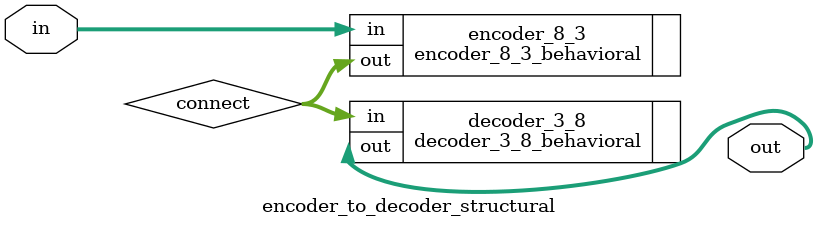
<source format=v>


module encoder_to_decoder_structural(
    input     [7:0] in,      // 8 Inputs
    output    [7:0] out      // 8 Outputs
);

    wire [7:0] connect;

    // ENCODER
    encoder_8_3_behavioral encoder_8_3 (
        .in(in),
        .out(connect)
    );

    // DECODER
    decoder_3_8_behavioral decoder_3_8 (
        .in(connect),
        .out(out)
    );

endmodule

</source>
